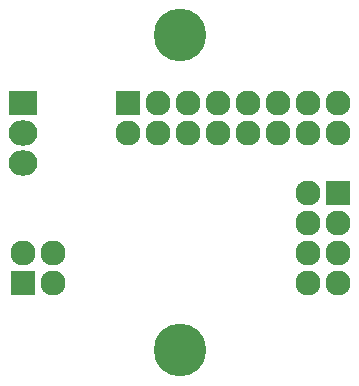
<source format=gbs>
G04 #@! TF.FileFunction,Soldermask,Bot*
%FSLAX46Y46*%
G04 Gerber Fmt 4.6, Leading zero omitted, Abs format (unit mm)*
G04 Created by KiCad (PCBNEW 4.0.1-stable) date 6/21/2016 10:18:37 AM*
%MOMM*%
G01*
G04 APERTURE LIST*
%ADD10C,0.100000*%
%ADD11R,2.127200X2.127200*%
%ADD12O,2.127200X2.127200*%
%ADD13R,2.432000X2.127200*%
%ADD14O,2.432000X2.127200*%
%ADD15C,4.464000*%
G04 APERTURE END LIST*
D10*
D11*
X100330000Y-36830000D03*
D12*
X97790000Y-36830000D03*
X100330000Y-39370000D03*
X97790000Y-39370000D03*
X100330000Y-41910000D03*
X97790000Y-41910000D03*
X100330000Y-44450000D03*
X97790000Y-44450000D03*
D11*
X73660000Y-44450000D03*
D12*
X76200000Y-44450000D03*
X73660000Y-41910000D03*
X76200000Y-41910000D03*
D13*
X73660000Y-29210000D03*
D14*
X73660000Y-31750000D03*
X73660000Y-34290000D03*
D11*
X82550000Y-29210000D03*
D12*
X82550000Y-31750000D03*
X85090000Y-29210000D03*
X85090000Y-31750000D03*
X87630000Y-29210000D03*
X87630000Y-31750000D03*
X90170000Y-29210000D03*
X90170000Y-31750000D03*
X92710000Y-29210000D03*
X92710000Y-31750000D03*
X95250000Y-29210000D03*
X95250000Y-31750000D03*
X97790000Y-29210000D03*
X97790000Y-31750000D03*
X100330000Y-29210000D03*
X100330000Y-31750000D03*
D15*
X86995000Y-23495000D03*
X86995000Y-50165000D03*
M02*

</source>
